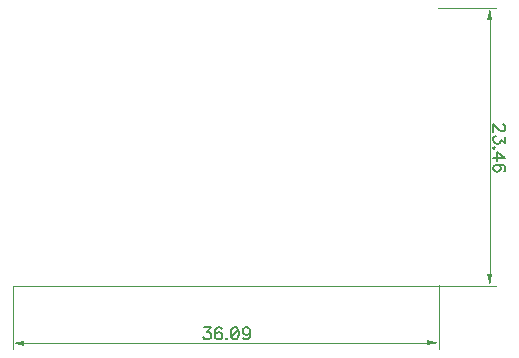
<source format=gbr>
G04 DipTrace 3.3.1.3*
G04 TopDimension.gbr*
%MOIN*%
G04 #@! TF.FileFunction,Drawing,Top*
G04 #@! TF.Part,Single*
%ADD13C,0.001378*%
%ADD89C,0.006176*%
%FSLAX26Y26*%
G04*
G70*
G90*
G75*
G01*
G04 TopDimension*
%LPD*%
X393701Y393701D2*
D13*
X2003903D1*
X1813031Y1317173D2*
X2003903D1*
X1984218Y855437D2*
Y433071D1*
G36*
Y393701D2*
X1976344Y433071D1*
X1992092D1*
X1984218Y393701D1*
G37*
Y855437D2*
D13*
Y1277803D1*
G36*
Y1317173D2*
X1992092Y1277803D1*
X1976344D1*
X1984218Y1317173D1*
G37*
X393701Y393701D2*
D13*
X394016Y181231D1*
X1814404Y395806D2*
X1814719Y183336D1*
X1104338Y201969D2*
X433356Y200974D1*
G36*
X393986Y200916D2*
X433345Y208848D1*
X433368Y193100D1*
X393986Y200916D1*
G37*
X1104338Y201969D2*
D13*
X1775320Y202963D1*
G36*
X1814690Y203021D2*
X1775331Y195089D1*
X1775308Y210837D1*
X1814690Y203021D1*
G37*
X2027026Y930597D2*
D89*
X2028927D1*
X2032774Y928696D1*
X2034675Y926795D1*
X2036576Y922948D1*
Y915298D1*
X2034675Y911496D1*
X2032774Y909595D1*
X2028927Y907649D1*
X2025125D1*
X2021278Y909595D1*
X2015574Y913397D1*
X1996429Y932543D1*
Y905748D1*
X2036576Y889550D2*
Y868547D1*
X2021278Y879999D1*
Y874251D1*
X2019377Y870449D1*
X2017475Y868547D1*
X2011727Y866602D1*
X2007925D1*
X2002177Y868547D1*
X1998330Y872350D1*
X1996429Y878098D1*
Y883846D1*
X1998330Y889550D1*
X2000275Y891451D1*
X2004078Y893396D1*
X2000275Y852349D2*
X1998330Y854250D1*
X1996429Y852349D1*
X1998330Y850404D1*
X2000275Y852349D1*
X1996429Y818907D2*
X2036576D1*
X2009826Y838052D1*
Y809356D1*
X2030873Y774057D2*
X2034675Y775958D1*
X2036576Y781706D1*
Y785509D1*
X2034675Y791257D1*
X2028927Y795104D1*
X2019377Y797005D1*
X2009826D1*
X2002177Y795104D1*
X1998330Y791257D1*
X1996429Y785509D1*
Y783608D1*
X1998330Y777904D1*
X2002177Y774057D1*
X2007925Y772156D1*
X2009826D1*
X2015574Y774057D1*
X2019377Y777904D1*
X2021278Y783608D1*
Y785509D1*
X2019377Y791257D1*
X2015574Y795104D1*
X2009826Y797005D1*
X1032883Y254211D2*
X1053885D1*
X1042434Y238912D1*
X1048182D1*
X1051984Y237011D1*
X1053885Y235110D1*
X1055831Y229362D1*
Y225559D1*
X1053885Y219811D1*
X1050083Y215964D1*
X1044335Y214063D1*
X1038587D1*
X1032883Y215964D1*
X1030982Y217910D1*
X1029036Y221712D1*
X1091130Y248507D2*
X1089229Y252310D1*
X1083481Y254211D1*
X1079678D1*
X1073930Y252310D1*
X1070084Y246562D1*
X1068182Y237011D1*
Y227461D1*
X1070084Y219811D1*
X1073930Y215964D1*
X1079678Y214063D1*
X1081580D1*
X1087283Y215964D1*
X1091130Y219811D1*
X1093031Y225559D1*
Y227461D1*
X1091130Y233209D1*
X1087283Y237011D1*
X1081580Y238912D1*
X1079678D1*
X1073930Y237011D1*
X1070084Y233209D1*
X1068182Y227461D1*
X1107284Y217910D2*
X1105383Y215964D1*
X1107284Y214063D1*
X1109230Y215964D1*
X1107284Y217910D1*
X1133077Y254211D2*
X1127329Y252310D1*
X1123482Y246562D1*
X1121581Y237011D1*
Y231263D1*
X1123482Y221712D1*
X1127329Y215964D1*
X1133077Y214063D1*
X1136880D1*
X1142628Y215964D1*
X1146430Y221712D1*
X1148376Y231263D1*
Y237011D1*
X1146430Y246562D1*
X1142628Y252310D1*
X1136880Y254211D1*
X1133077D1*
X1146430Y246562D2*
X1123482Y221712D1*
X1185620Y240858D2*
X1183675Y235110D1*
X1179872Y231263D1*
X1174124Y229362D1*
X1172223D1*
X1166475Y231263D1*
X1162673Y235110D1*
X1160727Y240858D1*
Y242759D1*
X1162673Y248507D1*
X1166475Y252310D1*
X1172223Y254211D1*
X1174124D1*
X1179872Y252310D1*
X1183675Y248507D1*
X1185620Y240858D1*
Y231263D1*
X1183675Y221712D1*
X1179872Y215964D1*
X1174124Y214063D1*
X1170322D1*
X1164574Y215964D1*
X1162673Y219811D1*
M02*

</source>
